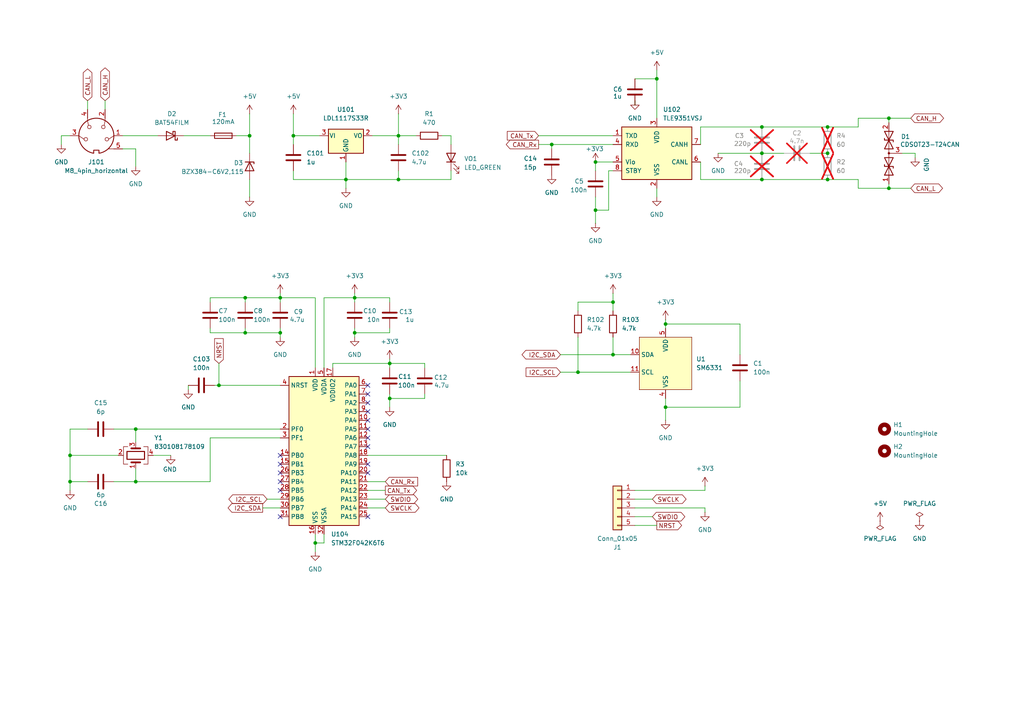
<source format=kicad_sch>
(kicad_sch (version 20231120) (generator "eeschema") (generator_version "8.0")
  (paper "A4")
  (lib_symbols
    (symbol "ASS_parts:SM6331"
      (property "Reference" "U" (at 0 1.27 0))
      (property "Value" "SM6331" (at 0 -1.27 0))
      (symbol "SM6331_0_0"
        (pin no_connect line (at 10.16 0 180) (length 2.54) hide (name "") (number "1"))
        (pin bidirectional line (at -10.16 2.54 0) (length 2.54) (name "SDA") (number "10"))
        (pin input line (at -10.16 -2.54 0) (length 2.54) (name "SCL") (number "11"))
        (pin no_connect line (at 10.16 0 180) (length 2.54) hide (name "") (number "12"))
        (pin no_connect line (at 10.16 0 180) (length 2.54) hide (name "") (number "13"))
        (pin no_connect line (at 10.16 0 180) (length 2.54) hide (name "") (number "14"))
        (pin no_connect line (at 10.16 0 180) (length 2.54) hide (name "") (number "15"))
        (pin no_connect line (at 10.16 0 180) (length 2.54) hide (name "") (number "16"))
        (pin no_connect line (at 10.16 0 180) (length 2.54) hide (name "") (number "2"))
        (pin no_connect line (at 10.16 0 180) (length 2.54) hide (name "") (number "3"))
        (pin power_in line (at 0 -10.16 90) (length 2.54) (name "VSS") (number "4"))
        (pin power_in line (at 0 10.16 270) (length 2.54) (name "VDD") (number "5"))
        (pin no_connect line (at 10.16 0 180) (length 2.54) hide (name "") (number "6"))
        (pin no_connect line (at 10.16 0 180) (length 2.54) hide (name "") (number "7"))
        (pin no_connect line (at 10.16 0 180) (length 2.54) hide (name "") (number "8"))
        (pin no_connect line (at 10.16 0 180) (length 2.54) hide (name "") (number "9"))
      )
      (symbol "SM6331_0_1"
        (rectangle (start -7.62 7.62) (end 7.62 -7.62) (fill (type background)))
      )
    )
    (symbol "Connector_Generic:Conn_01x05" (pin_names (offset 1.016) hide)
      (property "Reference" "J" (at 0 7.62 0))
      (property "Value" "Conn_01x05" (at 0 -7.62 0))
      (symbol "Conn_01x05_1_1"
        (rectangle (start -1.27 -4.953) (end 0 -5.207) (stroke (width 0.1524)))
        (rectangle (start -1.27 -2.413) (end 0 -2.667) (stroke (width 0.1524)))
        (rectangle (start -1.27 0.127) (end 0 -0.127) (stroke (width 0.1524)))
        (rectangle (start -1.27 2.667) (end 0 2.413) (stroke (width 0.1524)))
        (rectangle (start -1.27 5.207) (end 0 4.953) (stroke (width 0.1524)))
        (rectangle (start -1.27 6.35) (end 1.27 -6.35) (stroke (width 0.254)) (fill (type background)))
        (pin passive line (at -5.08 5.08 0) (length 3.81) (name "Pin_1") (number "1"))
        (pin passive line (at -5.08 2.54 0) (length 3.81) (name "Pin_2") (number "2"))
        (pin passive line (at -5.08 0 0) (length 3.81) (name "Pin_3") (number "3"))
        (pin passive line (at -5.08 -2.54 0) (length 3.81) (name "Pin_4") (number "4"))
        (pin passive line (at -5.08 -5.08 0) (length 3.81) (name "Pin_5") (number "5"))
      )
    )
    (symbol "Device:C" (pin_numbers hide) (pin_names (offset 0.254))
      (property "Reference" "C" (at 0.635 2.54 0))
      (property "Value" "C" (at 0.635 -2.54 0))
      (symbol "C_0_1"
        (polyline (pts (xy -2.032 -0.762) (xy 2.032 -0.762)) (stroke (width 0.508)))
        (polyline (pts (xy -2.032 0.762) (xy 2.032 0.762)) (stroke (width 0.508)))
      )
      (symbol "C_1_1"
        (pin passive line (at 0 3.81 270) (length 2.794) (name "~") (number "1"))
        (pin passive line (at 0 -3.81 90) (length 2.794) (name "~") (number "2"))
      )
    )
    (symbol "Device:D_Schottky" (pin_numbers hide) (pin_names (offset 1.016) hide)
      (property "Reference" "D" (at 0 2.54 0))
      (property "Value" "D_Schottky" (at 0 -2.54 0))
      (symbol "D_Schottky_0_1"
        (polyline (pts (xy 1.27 0) (xy -1.27 0)))
        (polyline (pts (xy 1.27 1.27) (xy 1.27 -1.27) (xy -1.27 0) (xy 1.27 1.27)) (stroke (width 0.254)))
        (polyline (pts (xy -1.905 0.635) (xy -1.905 1.27) (xy -1.27 1.27) (xy -1.27 -1.27) (xy -0.635 -1.27) (xy -0.635 -0.635)) (stroke (width 0.254)))
      )
      (symbol "D_Schottky_1_1"
        (pin passive line (at -3.81 0 0) (length 2.54) (name "K") (number "1"))
        (pin passive line (at 3.81 0 180) (length 2.54) (name "A") (number "2"))
      )
    )
    (symbol "Device:D_TVS_Dual_AAC" (pin_names (offset 1.016) hide)
      (property "Reference" "D" (at 0 4.445 0))
      (property "Value" "D_TVS_Dual_AAC" (at 0 2.54 0))
      (symbol "D_TVS_Dual_AAC_0_0"
        (polyline (pts (xy 0 -1.27) (xy 0 0)))
      )
      (symbol "D_TVS_Dual_AAC_0_1"
        (polyline (pts (xy -6.35 0) (xy 6.35 0)))
        (polyline (pts (xy -3.302 1.27) (xy -3.81 1.27) (xy -3.81 -1.27) (xy -4.318 -1.27)) (stroke (width 0.254)))
        (polyline (pts (xy 4.318 1.27) (xy 3.81 1.27) (xy 3.81 -1.27) (xy 3.302 -1.27)) (stroke (width 0.254)))
        (polyline (pts (xy -6.35 1.27) (xy -1.27 -1.27) (xy -1.27 1.27) (xy -6.35 -1.27) (xy -6.35 1.27)) (stroke (width 0.254)))
        (polyline (pts (xy 6.35 1.27) (xy 1.27 -1.27) (xy 1.27 1.27) (xy 6.35 -1.27) (xy 6.35 1.27)) (stroke (width 0.254)))
        (circle (center 0 0) (radius 0.254) (fill (type outline)))
      )
      (symbol "D_TVS_Dual_AAC_1_1"
        (pin passive line (at -8.89 0 0) (length 2.54) (name "A1") (number "1"))
        (pin passive line (at 8.89 0 180) (length 2.54) (name "A2") (number "2"))
        (pin passive line (at 0 -3.81 90) (length 2.54) (name "common") (number "3"))
      )
    )
    (symbol "Device:D_Zener" (pin_numbers hide) (pin_names (offset 1.016) hide)
      (property "Reference" "D" (at 0 2.54 0))
      (property "Value" "D_Zener" (at 0 -2.54 0))
      (symbol "D_Zener_0_1"
        (polyline (pts (xy 1.27 0) (xy -1.27 0)))
        (polyline (pts (xy -1.27 -1.27) (xy -1.27 1.27) (xy -0.762 1.27)) (stroke (width 0.254)))
        (polyline (pts (xy 1.27 -1.27) (xy 1.27 1.27) (xy -1.27 0) (xy 1.27 -1.27)) (stroke (width 0.254)))
      )
      (symbol "D_Zener_1_1"
        (pin passive line (at -3.81 0 0) (length 2.54) (name "K") (number "1"))
        (pin passive line (at 3.81 0 180) (length 2.54) (name "A") (number "2"))
      )
    )
    (symbol "Device:Fuse" (pin_numbers hide) (pin_names (offset 0))
      (property "Reference" "F" (at 2.032 0 90))
      (property "Value" "Fuse" (at -1.905 0 90))
      (symbol "Fuse_0_1"
        (rectangle (start -0.762 -2.54) (end 0.762 2.54) (stroke (width 0.254)))
        (polyline (pts (xy 0 2.54) (xy 0 -2.54)))
      )
      (symbol "Fuse_1_1"
        (pin passive line (at 0 3.81 270) (length 1.27) (name "~") (number "1"))
        (pin passive line (at 0 -3.81 90) (length 1.27) (name "~") (number "2"))
      )
    )
    (symbol "Device:LED" (pin_numbers hide) (pin_names (offset 1.016) hide)
      (property "Reference" "D" (at 0 2.54 0))
      (property "Value" "LED" (at 0 -2.54 0))
      (symbol "LED_0_1"
        (polyline (pts (xy -1.27 -1.27) (xy -1.27 1.27)) (stroke (width 0.254)))
        (polyline (pts (xy -1.27 0) (xy 1.27 0)))
        (polyline (pts (xy 1.27 -1.27) (xy 1.27 1.27) (xy -1.27 0) (xy 1.27 -1.27)) (stroke (width 0.254)))
        (polyline (pts (xy -3.048 -0.762) (xy -4.572 -2.286) (xy -3.81 -2.286) (xy -4.572 -2.286) (xy -4.572 -1.524)))
        (polyline (pts (xy -1.778 -0.762) (xy -3.302 -2.286) (xy -2.54 -2.286) (xy -3.302 -2.286) (xy -3.302 -1.524)))
      )
      (symbol "LED_1_1"
        (pin passive line (at -3.81 0 0) (length 2.54) (name "K") (number "1"))
        (pin passive line (at 3.81 0 180) (length 2.54) (name "A") (number "2"))
      )
    )
    (symbol "Device:R" (pin_numbers hide) (pin_names (offset 0))
      (property "Reference" "R" (at 2.032 0 90))
      (property "Value" "R" (at 0 0 90))
      (symbol "R_0_1"
        (rectangle (start -1.016 -2.54) (end 1.016 2.54) (stroke (width 0.254)))
      )
      (symbol "R_1_1"
        (pin passive line (at 0 3.81 270) (length 1.27) (name "~") (number "1"))
        (pin passive line (at 0 -3.81 90) (length 1.27) (name "~") (number "2"))
      )
    )
    (symbol "FaSTTUBe_Crystals:830108178109" (pin_names (offset 1.016) hide)
      (property "Reference" "Y" (at 3.175 5.08 0))
      (property "Value" "830108178109" (at 3.175 3.175 0))
      (symbol "830108178109_0_1"
        (rectangle (start -1.143 2.54) (end 1.143 -2.54) (stroke (width 0.3048)))
        (polyline (pts (xy -2.54 0) (xy -2.032 0)))
        (polyline (pts (xy -2.032 -1.27) (xy -2.032 1.27)) (stroke (width 0.508)))
        (polyline (pts (xy 0 -3.81) (xy 0 -3.556)))
        (polyline (pts (xy 0 3.556) (xy 0 3.81)))
        (polyline (pts (xy 2.032 -1.27) (xy 2.032 1.27)) (stroke (width 0.508)))
        (polyline (pts (xy 2.032 0) (xy 2.54 0)))
        (polyline (pts (xy -2.54 -2.286) (xy -2.54 -3.556) (xy 2.54 -3.556) (xy 2.54 -2.286)))
        (polyline (pts (xy -2.54 2.286) (xy -2.54 3.556) (xy 2.54 3.556) (xy 2.54 2.286)))
      )
      (symbol "830108178109_1_1"
        (pin passive line (at -3.81 0 0) (length 1.27) (name "1") (number "1"))
        (pin passive line (at 0 5.08 270) (length 1.27) (name "2") (number "2"))
        (pin passive line (at 3.81 0 180) (length 1.27) (name "3") (number "3"))
        (pin passive line (at 0 -5.08 90) (length 1.27) (name "4") (number "4"))
      )
    )
    (symbol "FaSTTUBe_Transceivers:TLE9351VSJ" (pin_names (offset 1.016))
      (property "Reference" "U" (at -10.16 8.89 0))
      (property "Value" "TLE9351VSJ" (at 2.54 8.89 0))
      (symbol "TLE9351VSJ_0_1"
        (rectangle (start -10.16 7.62) (end 10.16 -7.62) (stroke (width 0.254)) (fill (type background)))
      )
      (symbol "TLE9351VSJ_1_1"
        (pin input line (at -12.7 5.08 0) (length 2.54) (name "TXD") (number "1"))
        (pin power_in line (at 0 -10.16 90) (length 2.54) (name "VSS") (number "2"))
        (pin power_in line (at 0 10.16 270) (length 2.54) (name "VDD") (number "3"))
        (pin output line (at -12.7 2.54 0) (length 2.54) (name "RXD") (number "4"))
        (pin power_in line (at -12.7 -2.54 0) (length 2.54) (name "Vio") (number "5"))
        (pin bidirectional line (at 12.7 -2.54 180) (length 2.54) (name "CANL") (number "6"))
        (pin bidirectional line (at 12.7 2.54 180) (length 2.54) (name "CANH") (number "7"))
        (pin input line (at -12.7 -5.08 0) (length 2.54) (name "STBY") (number "8"))
      )
    )
    (symbol "FaSTTUBe_connectors:M8_4pin_horizontal" (pin_names (offset 1.016))
      (property "Reference" "J" (at 5.334 5.08 0))
      (property "Value" "M8_4pin_horizontal" (at 0 -6.35 0))
      (symbol "M8_4pin_horizontal_0_1"
        (arc (start -5.08 0) (mid -3.8597 -3.3379) (end -0.762 -5.08) (stroke (width 0.254)))
        (circle (center -3.048 -1.016) (radius 0.508))
        (circle (center -2.032 2.54) (radius 0.508))
        (polyline (pts (xy -3.556 -1.016) (xy -5.08 0)))
        (polyline (pts (xy 3.81 -3.81) (xy 3.556 -3.81)))
        (polyline (pts (xy 5.08 -3.81) (xy 3.81 -3.81)))
        (polyline (pts (xy 5.08 0) (xy 3.556 -1.016)))
        (polyline (pts (xy -2.54 5.08) (xy -2.54 4.318) (xy -2.286 3.048)))
        (polyline (pts (xy 2.54 5.08) (xy 2.54 4.318) (xy 2.286 3.048)))
        (polyline (pts (xy -0.762 -4.953) (xy -0.762 -4.191) (xy 0.762 -4.191) (xy 0.762 -4.953)) (stroke (width 0.254)))
        (arc (start 0.762 -5.08) (mid 3.8673 -3.3444) (end 5.08 0) (stroke (width 0.254)))
        (circle (center 2.032 2.54) (radius 0.508))
        (circle (center 3.048 -1.016) (radius 0.508))
        (arc (start 5.08 0) (mid 0 5.0579) (end -5.08 0) (stroke (width 0.254)))
      )
      (symbol "M8_4pin_horizontal_1_1"
        (pin passive line (at 7.62 0 180) (length 2.54) (name "~") (number "1"))
        (pin passive line (at 2.54 7.62 270) (length 2.54) (name "~") (number "2"))
        (pin passive line (at -7.62 0 0) (length 2.54) (name "~") (number "3"))
        (pin passive line (at -2.54 7.62 270) (length 2.54) (name "~") (number "4"))
        (pin passive line (at 7.62 -3.81 180) (length 2.54) (name "~") (number "5"))
      )
    )
    (symbol "GND_1" (power) (pin_numbers hide) (pin_names (offset 0) hide)
      (property "Value" "GND" (at 0 -3.81 0))
      (symbol "GND_1_0_1"
        (polyline (pts (xy 0 0) (xy 0 -1.27) (xy 1.27 -1.27) (xy 0 -2.54) (xy -1.27 -1.27) (xy 0 -1.27)))
      )
      (symbol "GND_1_1_1"
        (pin power_in line (at 0 0 270) (length 0) (name "~") (number "1"))
      )
    )
    (symbol "MCU_ST_STM32F0:STM32F042K6Tx"
      (property "Reference" "U" (at -10.16 21.59 0))
      (property "Value" "STM32F042K6Tx" (at 5.08 21.59 0))
      (symbol "STM32F042K6Tx_0_1"
        (rectangle (start -10.16 -22.86) (end 10.16 20.32) (stroke (width 0.254)) (fill (type background)))
      )
      (symbol "STM32F042K6Tx_1_1"
        (pin power_in line (at -2.54 22.86 270) (length 2.54) (name "VDD") (number "1"))
        (pin bidirectional line (at 12.7 7.62 180) (length 2.54) (name "PA4") (number "10"))
        (pin bidirectional line (at 12.7 5.08 180) (length 2.54) (name "PA5") (number "11"))
        (pin bidirectional line (at 12.7 2.54 180) (length 2.54) (name "PA6") (number "12"))
        (pin bidirectional line (at 12.7 0 180) (length 2.54) (name "PA7") (number "13"))
        (pin bidirectional line (at -12.7 -2.54 0) (length 2.54) (name "PB0") (number "14"))
        (pin bidirectional line (at -12.7 -5.08 0) (length 2.54) (name "PB1") (number "15"))
        (pin power_in line (at -2.54 -25.4 90) (length 2.54) (name "VSS") (number "16"))
        (pin power_in line (at 2.54 22.86 270) (length 2.54) (name "VDDIO2") (number "17"))
        (pin bidirectional line (at 12.7 -2.54 180) (length 2.54) (name "PA8") (number "18"))
        (pin bidirectional line (at 12.7 -5.08 180) (length 2.54) (name "PA9") (number "19"))
        (pin input line (at -12.7 5.08 0) (length 2.54) (name "PF0") (number "2"))
        (pin bidirectional line (at 12.7 -7.62 180) (length 2.54) (name "PA10") (number "20"))
        (pin bidirectional line (at 12.7 -10.16 180) (length 2.54) (name "PA11") (number "21"))
        (pin bidirectional line (at 12.7 -12.7 180) (length 2.54) (name "PA12") (number "22"))
        (pin bidirectional line (at 12.7 -15.24 180) (length 2.54) (name "PA13") (number "23"))
        (pin bidirectional line (at 12.7 -17.78 180) (length 2.54) (name "PA14") (number "24"))
        (pin bidirectional line (at 12.7 -20.32 180) (length 2.54) (name "PA15") (number "25"))
        (pin bidirectional line (at -12.7 -7.62 0) (length 2.54) (name "PB3") (number "26"))
        (pin bidirectional line (at -12.7 -10.16 0) (length 2.54) (name "PB4") (number "27"))
        (pin bidirectional line (at -12.7 -12.7 0) (length 2.54) (name "PB5") (number "28"))
        (pin bidirectional line (at -12.7 -15.24 0) (length 2.54) (name "PB6") (number "29"))
        (pin input line (at -12.7 2.54 0) (length 2.54) (name "PF1") (number "3"))
        (pin bidirectional line (at -12.7 -17.78 0) (length 2.54) (name "PB7") (number "30"))
        (pin bidirectional line (at -12.7 -20.32 0) (length 2.54) (name "PB8") (number "31"))
        (pin power_in line (at 0 -25.4 90) (length 2.54) (name "VSSA") (number "32"))
        (pin input line (at -12.7 17.78 0) (length 2.54) (name "NRST") (number "4"))
        (pin power_in line (at 0 22.86 270) (length 2.54) (name "VDDA") (number "5"))
        (pin bidirectional line (at 12.7 17.78 180) (length 2.54) (name "PA0") (number "6"))
        (pin bidirectional line (at 12.7 15.24 180) (length 2.54) (name "PA1") (number "7"))
        (pin bidirectional line (at 12.7 12.7 180) (length 2.54) (name "PA2") (number "8"))
        (pin bidirectional line (at 12.7 10.16 180) (length 2.54) (name "PA3") (number "9"))
      )
    )
    (symbol "Mechanical:MountingHole" (pin_names (offset 1.016)) (exclude_from_sim yes) (in_bom no)
      (property "Reference" "H" (at 0 5.08 0))
      (property "Value" "MountingHole" (at 0 3.175 0))
      (symbol "MountingHole_0_1"
        (circle (center 0 0) (radius 1.27) (stroke (width 1.27)))
      )
    )
    (symbol "Regulator_Linear:AP1117-33" (pin_names (offset 0.254))
      (property "Reference" "U" (at -3.81 3.175 0))
      (property "Value" "AP1117-33" (at 0 3.175 0))
      (symbol "AP1117-33_0_1"
        (rectangle (start -5.08 -5.08) (end 5.08 1.905) (stroke (width 0.254)) (fill (type background)))
      )
      (symbol "AP1117-33_1_1"
        (pin power_in line (at 0 -7.62 90) (length 2.54) (name "GND") (number "1"))
        (pin power_out line (at 7.62 0 180) (length 2.54) (name "VO") (number "2"))
        (pin power_in line (at -7.62 0 0) (length 2.54) (name "VI") (number "3"))
      )
    )
    (symbol "power:+3V3" (power) (pin_numbers hide) (pin_names (offset 0) hide)
      (property "Value" "+3V3" (at 0 3.556 0))
      (symbol "+3V3_0_1"
        (polyline (pts (xy -0.762 1.27) (xy 0 2.54)))
        (polyline (pts (xy 0 0) (xy 0 2.54)))
        (polyline (pts (xy 0 2.54) (xy 0.762 1.27)))
      )
      (symbol "+3V3_1_1"
        (pin power_in line (at 0 0 90) (length 0) (name "~") (number "1"))
      )
    )
    (symbol "power:+5V" (power) (pin_numbers hide) (pin_names (offset 0) hide)
      (property "Value" "+5V" (at 0 3.556 0))
      (symbol "+5V_0_1"
        (polyline (pts (xy -0.762 1.27) (xy 0 2.54)))
        (polyline (pts (xy 0 0) (xy 0 2.54)))
        (polyline (pts (xy 0 2.54) (xy 0.762 1.27)))
      )
      (symbol "+5V_1_1"
        (pin power_in line (at 0 0 90) (length 0) (name "~") (number "1"))
      )
    )
    (symbol "power:GND" (power) (pin_names (offset 0))
      (property "Value" "GND" (at 0 -3.81 0))
      (symbol "GND_0_1"
        (polyline (pts (xy 0 0) (xy 0 -1.27) (xy 1.27 -1.27) (xy 0 -2.54) (xy -1.27 -1.27) (xy 0 -1.27)))
      )
      (symbol "GND_1_1"
        (pin power_in line (at 0 0 270) (length 0) hide (name "GND") (number "1"))
      )
    )
    (symbol "power:PWR_FLAG" (power) (pin_numbers hide) (pin_names (offset 0) hide)
      (property "Value" "PWR_FLAG" (at 0 3.81 0))
      (symbol "PWR_FLAG_0_0"
        (pin power_out line (at 0 0 90) (length 0) (name "~") (number "1"))
      )
      (symbol "PWR_FLAG_0_1"
        (polyline (pts (xy 0 0) (xy 0 1.27) (xy -1.016 1.905) (xy 0 2.54) (xy 1.016 1.905) (xy 0 1.27)))
      )
    )
  )
  (junction (at 115.57 52.07))
  (junction (at 240.03 44.45))
  (junction (at 220.98 36.83))
  (junction (at 257.81 54.61))
  (junction (at 167.64 107.95))
  (junction (at 113.03 115.57))
  (junction (at 102.87 86.36))
  (junction (at 20.32 139.7))
  (junction (at 71.12 86.36))
  (junction (at 172.72 46.99))
  (junction (at 257.81 34.29))
  (junction (at 177.8 87.63))
  (junction (at 81.28 86.36))
  (junction (at 71.12 96.52))
  (junction (at 63.5 111.76))
  (junction (at 102.87 96.52))
  (junction (at 172.72 60.96))
  (junction (at 85.09 39.37))
  (junction (at 160.02 41.91))
  (junction (at 115.57 39.37))
  (junction (at 113.03 105.41))
  (junction (at 193.04 118.11))
  (junction (at 20.32 132.08))
  (junction (at 72.39 39.37))
  (junction (at 39.37 139.7))
  (junction (at 81.28 96.52))
  (junction (at 240.03 52.07))
  (junction (at 100.33 52.07))
  (junction (at 193.04 93.98))
  (junction (at 177.8 102.87))
  (junction (at 190.5 22.86))
  (junction (at 220.98 52.07))
  (junction (at 220.98 44.45))
  (junction (at 91.44 157.48))
  (junction (at 39.37 124.46))
  (junction (at 240.03 36.83))
  (no_connect (at 106.68 149.86))
  (no_connect (at 106.68 134.62))
  (no_connect (at 106.68 137.16))
  (no_connect (at 106.68 111.76))
  (no_connect (at 106.68 114.3))
  (no_connect (at 106.68 116.84))
  (no_connect (at 106.68 119.38))
  (no_connect (at 106.68 121.92))
  (no_connect (at 106.68 124.46))
  (no_connect (at 106.68 127))
  (no_connect (at 106.68 129.54))
  (no_connect (at 81.28 132.08))
  (no_connect (at 81.28 134.62))
  (no_connect (at 81.28 137.16))
  (no_connect (at 81.28 139.7))
  (no_connect (at 81.28 142.24))
  (no_connect (at 81.28 149.86))
  (wire (pts (xy 107.95 39.37) (xy 115.57 39.37)))
  (wire (pts (xy 167.64 90.17) (xy 167.64 87.63)))
  (wire (pts (xy 102.87 86.36) (xy 113.03 86.36)))
  (wire (pts (xy 33.02 124.46) (xy 39.37 124.46)))
  (wire (pts (xy 100.33 52.07) (xy 115.57 52.07)))
  (wire (pts (xy 96.52 105.41) (xy 96.52 106.68)))
  (wire (pts (xy 72.39 39.37) (xy 72.39 44.45)))
  (wire (pts (xy 184.15 22.86) (xy 190.5 22.86)))
  (wire (pts (xy 106.68 144.78) (xy 111.76 144.78)))
  (wire (pts (xy 203.2 36.83) (xy 203.2 41.91)))
  (wire (pts (xy 60.96 86.36) (xy 71.12 86.36)))
  (wire (pts (xy 102.87 85.09) (xy 102.87 86.36)))
  (wire (pts (xy 39.37 124.46) (xy 39.37 128.27)))
  (wire (pts (xy 172.72 46.99) (xy 177.8 46.99)))
  (wire (pts (xy 162.56 107.95) (xy 167.64 107.95)))
  (wire (pts (xy 257.81 53.34) (xy 257.81 54.61)))
  (wire (pts (xy 25.4 29.21) (xy 25.4 31.75)))
  (wire (pts (xy 208.28 44.45) (xy 220.98 44.45)))
  (wire (pts (xy 33.02 139.7) (xy 39.37 139.7)))
  (wire (pts (xy 76.2 147.32) (xy 81.28 147.32)))
  (wire (pts (xy 106.68 142.24) (xy 111.76 142.24)))
  (wire (pts (xy 20.32 132.08) (xy 34.29 132.08)))
  (wire (pts (xy 91.44 157.48) (xy 91.44 160.02)))
  (wire (pts (xy 257.81 34.29) (xy 264.16 34.29)))
  (wire (pts (xy 35.56 39.37) (xy 45.72 39.37)))
  (wire (pts (xy 265.43 45.72) (xy 265.43 44.45)))
  (wire (pts (xy 167.64 87.63) (xy 177.8 87.63)))
  (wire (pts (xy 123.19 105.41) (xy 123.19 106.68)))
  (wire (pts (xy 265.43 44.45) (xy 261.62 44.45)))
  (wire (pts (xy 81.28 86.36) (xy 91.44 86.36)))
  (wire (pts (xy 204.47 147.32) (xy 204.47 148.59)))
  (wire (pts (xy 71.12 86.36) (xy 71.12 87.63)))
  (wire (pts (xy 102.87 97.79) (xy 102.87 96.52)))
  (wire (pts (xy 81.28 86.36) (xy 81.28 87.63)))
  (wire (pts (xy 102.87 86.36) (xy 102.87 87.63)))
  (wire (pts (xy 240.03 36.83) (xy 248.92 36.83)))
  (wire (pts (xy 91.44 86.36) (xy 91.44 106.68)))
  (wire (pts (xy 128.27 39.37) (xy 130.81 39.37)))
  (wire (pts (xy 85.09 52.07) (xy 100.33 52.07)))
  (wire (pts (xy 184.15 149.86) (xy 189.23 149.86)))
  (wire (pts (xy 39.37 124.46) (xy 81.28 124.46)))
  (wire (pts (xy 60.96 127) (xy 60.96 139.7)))
  (wire (pts (xy 172.72 49.53) (xy 172.72 46.99)))
  (wire (pts (xy 85.09 49.53) (xy 85.09 52.07)))
  (wire (pts (xy 248.92 34.29) (xy 257.81 34.29)))
  (wire (pts (xy 113.03 96.52) (xy 113.03 95.25)))
  (wire (pts (xy 25.4 124.46) (xy 20.32 124.46)))
  (wire (pts (xy 234.95 44.45) (xy 240.03 44.45)))
  (wire (pts (xy 203.2 36.83) (xy 220.98 36.83)))
  (wire (pts (xy 85.09 39.37) (xy 85.09 41.91)))
  (wire (pts (xy 115.57 52.07) (xy 130.81 52.07)))
  (wire (pts (xy 184.15 147.32) (xy 204.47 147.32)))
  (wire (pts (xy 123.19 115.57) (xy 123.19 114.3)))
  (wire (pts (xy 220.98 52.07) (xy 240.03 52.07)))
  (wire (pts (xy 177.8 87.63) (xy 177.8 90.17)))
  (wire (pts (xy 20.32 132.08) (xy 20.32 139.7)))
  (wire (pts (xy 77.47 144.78) (xy 81.28 144.78)))
  (wire (pts (xy 113.03 105.41) (xy 113.03 106.68)))
  (wire (pts (xy 184.15 142.24) (xy 204.47 142.24)))
  (wire (pts (xy 106.68 147.32) (xy 111.76 147.32)))
  (wire (pts (xy 115.57 39.37) (xy 120.65 39.37)))
  (wire (pts (xy 184.15 152.4) (xy 190.5 152.4)))
  (wire (pts (xy 91.44 154.94) (xy 91.44 157.48)))
  (wire (pts (xy 193.04 92.71) (xy 193.04 93.98)))
  (wire (pts (xy 130.81 52.07) (xy 130.81 49.53)))
  (wire (pts (xy 72.39 57.15) (xy 72.39 52.07)))
  (wire (pts (xy 115.57 52.07) (xy 115.57 49.53)))
  (wire (pts (xy 176.53 49.53) (xy 176.53 60.96)))
  (wire (pts (xy 172.72 60.96) (xy 176.53 60.96)))
  (wire (pts (xy 248.92 54.61) (xy 248.92 52.07)))
  (wire (pts (xy 60.96 96.52) (xy 71.12 96.52)))
  (wire (pts (xy 39.37 139.7) (xy 60.96 139.7)))
  (wire (pts (xy 257.81 34.29) (xy 257.81 35.56)))
  (wire (pts (xy 184.15 29.21) (xy 184.15 30.48)))
  (wire (pts (xy 177.8 97.79) (xy 177.8 102.87)))
  (wire (pts (xy 129.54 132.08) (xy 106.68 132.08)))
  (wire (pts (xy 113.03 115.57) (xy 113.03 114.3)))
  (wire (pts (xy 160.02 43.18) (xy 160.02 41.91)))
  (wire (pts (xy 156.21 41.91) (xy 160.02 41.91)))
  (wire (pts (xy 91.44 157.48) (xy 93.98 157.48)))
  (wire (pts (xy 214.63 93.98) (xy 193.04 93.98)))
  (wire (pts (xy 240.03 52.07) (xy 248.92 52.07)))
  (wire (pts (xy 203.2 46.99) (xy 203.2 52.07)))
  (wire (pts (xy 190.5 54.61) (xy 190.5 57.15)))
  (wire (pts (xy 214.63 93.98) (xy 214.63 102.87)))
  (wire (pts (xy 60.96 86.36) (xy 60.96 87.63)))
  (wire (pts (xy 190.5 20.32) (xy 190.5 22.86)))
  (wire (pts (xy 30.48 29.21) (xy 30.48 31.75)))
  (wire (pts (xy 85.09 39.37) (xy 92.71 39.37)))
  (wire (pts (xy 193.04 118.11) (xy 214.63 118.11)))
  (wire (pts (xy 60.96 96.52) (xy 60.96 95.25)))
  (wire (pts (xy 20.32 139.7) (xy 20.32 142.24)))
  (wire (pts (xy 113.03 118.11) (xy 113.03 115.57)))
  (wire (pts (xy 162.56 102.87) (xy 177.8 102.87)))
  (wire (pts (xy 20.32 124.46) (xy 20.32 132.08)))
  (wire (pts (xy 68.58 39.37) (xy 72.39 39.37)))
  (wire (pts (xy 130.81 39.37) (xy 130.81 41.91)))
  (wire (pts (xy 115.57 41.91) (xy 115.57 39.37)))
  (wire (pts (xy 71.12 86.36) (xy 81.28 86.36)))
  (wire (pts (xy 106.68 139.7) (xy 111.76 139.7)))
  (wire (pts (xy 172.72 57.15) (xy 172.72 60.96)))
  (wire (pts (xy 184.15 144.78) (xy 189.23 144.78)))
  (wire (pts (xy 113.03 86.36) (xy 113.03 87.63)))
  (wire (pts (xy 190.5 22.86) (xy 190.5 34.29)))
  (wire (pts (xy 71.12 96.52) (xy 81.28 96.52)))
  (wire (pts (xy 214.63 118.11) (xy 214.63 110.49)))
  (wire (pts (xy 257.81 54.61) (xy 264.16 54.61)))
  (wire (pts (xy 81.28 85.09) (xy 81.28 86.36)))
  (wire (pts (xy 156.21 39.37) (xy 177.8 39.37)))
  (wire (pts (xy 39.37 135.89) (xy 39.37 139.7)))
  (wire (pts (xy 177.8 102.87) (xy 182.88 102.87)))
  (wire (pts (xy 177.8 85.09) (xy 177.8 87.63)))
  (wire (pts (xy 17.78 39.37) (xy 20.32 39.37)))
  (wire (pts (xy 220.98 44.45) (xy 227.33 44.45)))
  (wire (pts (xy 54.61 111.76) (xy 54.61 113.03)))
  (wire (pts (xy 203.2 52.07) (xy 220.98 52.07)))
  (wire (pts (xy 176.53 49.53) (xy 177.8 49.53)))
  (wire (pts (xy 60.96 127) (xy 81.28 127)))
  (wire (pts (xy 167.64 107.95) (xy 167.64 97.79)))
  (wire (pts (xy 96.52 105.41) (xy 113.03 105.41)))
  (wire (pts (xy 63.5 105.41) (xy 63.5 111.76)))
  (wire (pts (xy 193.04 115.57) (xy 193.04 118.11)))
  (wire (pts (xy 63.5 111.76) (xy 81.28 111.76)))
  (wire (pts (xy 248.92 34.29) (xy 248.92 36.83)))
  (wire (pts (xy 115.57 33.02) (xy 115.57 39.37)))
  (wire (pts (xy 71.12 96.52) (xy 71.12 95.25)))
  (wire (pts (xy 17.78 41.91) (xy 17.78 39.37)))
  (wire (pts (xy 113.03 105.41) (xy 123.19 105.41)))
  (wire (pts (xy 39.37 48.26) (xy 39.37 43.18)))
  (wire (pts (xy 85.09 33.02) (xy 85.09 39.37)))
  (wire (pts (xy 93.98 157.48) (xy 93.98 154.94)))
  (wire (pts (xy 53.34 39.37) (xy 60.96 39.37)))
  (wire (pts (xy 102.87 96.52) (xy 113.03 96.52)))
  (wire (pts (xy 81.28 97.79) (xy 81.28 96.52)))
  (wire (pts (xy 113.03 104.14) (xy 113.03 105.41)))
  (wire (pts (xy 93.98 86.36) (xy 102.87 86.36)))
  (wire (pts (xy 193.04 93.98) (xy 193.04 95.25)))
  (wire (pts (xy 102.87 96.52) (xy 102.87 95.25)))
  (wire (pts (xy 44.45 132.08) (xy 49.53 132.08)))
  (wire (pts (xy 113.03 115.57) (xy 123.19 115.57)))
  (wire (pts (xy 204.47 142.24) (xy 204.47 140.97)))
  (wire (pts (xy 248.92 54.61) (xy 257.81 54.61)))
  (wire (pts (xy 182.88 107.95) (xy 167.64 107.95)))
  (wire (pts (xy 100.33 46.99) (xy 100.33 52.07)))
  (wire (pts (xy 72.39 33.02) (xy 72.39 39.37)))
  (wire (pts (xy 39.37 43.18) (xy 35.56 43.18)))
  (wire (pts (xy 100.33 52.07) (xy 100.33 54.61)))
  (wire (pts (xy 81.28 96.52) (xy 81.28 95.25)))
  (wire (pts (xy 193.04 118.11) (xy 193.04 121.92)))
  (wire (pts (xy 220.98 36.83) (xy 240.03 36.83)))
  (wire (pts (xy 93.98 86.36) (xy 93.98 106.68)))
  (wire (pts (xy 172.72 60.96) (xy 172.72 64.77)))
  (wire (pts (xy 20.32 139.7) (xy 25.4 139.7)))
  (wire (pts (xy 160.02 41.91) (xy 177.8 41.91)))
  (wire (pts (xy 62.23 111.76) (xy 63.5 111.76)))
  (global_label "CAN_Rx" (shape output) (at 156.21 41.91 180) (property "Intersheetrefs" "${INTERSHEET_REFS}" (effects (hide yes))))
  (global_label "SWCLK" (shape bidirectional) (at 189.23 144.78 0) (property "Intersheetrefs" "${INTERSHEET_REFS}" (effects (hide yes))))
  (global_label "NRST" (shape input) (at 63.5 105.41 90) (property "Intersheetrefs" "${INTERSHEET_REFS}" (effects (hide yes))))
  (global_label "SWDIO" (shape bidirectional) (at 111.76 144.78 0) (property "Intersheetrefs" "${INTERSHEET_REFS}" (effects (hide yes))))
  (global_label "CAN_L" (shape bidirectional) (at 264.16 54.61 0) (property "Intersheetrefs" "${INTERSHEET_REFS}" (effects (hide yes))))
  (global_label "NRST" (shape output) (at 190.5 152.4 0) (property "Intersheetrefs" "${INTERSHEET_REFS}" (effects (hide yes))))
  (global_label "CAN_Tx" (shape input) (at 156.21 39.37 180) (property "Intersheetrefs" "${INTERSHEET_REFS}" (effects (hide yes))))
  (global_label "SWCLK" (shape bidirectional) (at 111.76 147.32 0) (property "Intersheetrefs" "${INTERSHEET_REFS}" (effects (hide yes))))
  (global_label "SWDIO" (shape bidirectional) (at 189.23 149.86 0) (property "Intersheetrefs" "${INTERSHEET_REFS}" (effects (hide yes))))
  (global_label "CAN_H" (shape bidirectional) (at 30.48 29.21 90) (property "Intersheetrefs" "${INTERSHEET_REFS}" (effects (hide yes))))
  (global_label "I2C_SCL" (shape bidirectional) (at 77.47 144.78 180) (property "Intersheetrefs" "${INTERSHEET_REFS}" (effects (hide yes))))
  (global_label "CAN_Tx" (shape output) (at 111.76 142.24 0) (property "Intersheetrefs" "${INTERSHEET_REFS}" (effects (hide yes))))
  (global_label "CAN_L" (shape bidirectional) (at 25.4 29.21 90) (property "Intersheetrefs" "${INTERSHEET_REFS}" (effects (hide yes))))
  (global_label "I2C_SDA" (shape output) (at 76.2 147.32 180) (property "Intersheetrefs" "${INTERSHEET_REFS}" (effects (hide yes))))
  (global_label "CAN_H" (shape bidirectional) (at 264.16 34.29 0) (property "Intersheetrefs" "${INTERSHEET_REFS}" (effects (hide yes))))
  (global_label "CAN_Rx" (shape input) (at 111.76 139.7 0) (property "Intersheetrefs" "${INTERSHEET_REFS}" (effects (hide yes))))
  (global_label "I2C_SDA" (shape bidirectional) (at 162.56 102.87 180) (property "Intersheetrefs" "${INTERSHEET_REFS}" (effects (hide yes))))
  (global_label "I2C_SCL" (shape input) (at 162.56 107.95 180) (property "Intersheetrefs" "${INTERSHEET_REFS}" (effects (hide yes))))
  (symbol (lib_id "Device:R") (at 129.54 135.89 0) (unit 1)
    (property "Reference" "R3" (at 132.08 134.6199 0) (effects (justify left)))
    (property "Value" "10k" (at 132.08 137.1599 0) (effects (justify left)))
    (property "Footprint" "Resistor_SMD:R_0603_1608Metric" (effects (hide yes)))
  )
  (symbol (lib_id "Device:C") (at 220.98 48.26 180) (unit 1) (dnp yes)
    (property "Reference" "C4" (at 212.852 47.498 0) (effects (justify right)))
    (property "Value" "220p" (at 212.852 49.53 0) (effects (justify right)))
    (property "Footprint" "Capacitor_SMD:C_0603_1608Metric" (effects (hide yes)))
  )
  (symbol (lib_id "Device:C") (at 85.09 45.72 0) (unit 1)
    (property "Reference" "C101" (at 88.9 44.4499 0) (effects (justify left)))
    (property "Value" "1u" (at 88.9 46.9899 0) (effects (justify left)))
    (property "Footprint" "Capacitor_SMD:C_0603_1608Metric" (effects (hide yes)))
  )
  (symbol (lib_id "Mechanical:MountingHole") (at 256.54 124.46 0) (unit 1) (exclude_from_sim yes) (in_bom no)
    (property "Reference" "H1" (at 259.08 123.1899 0) (effects (justify left)))
    (property "Value" "MountingHole" (at 259.08 125.7299 0) (effects (justify left)))
    (property "Footprint" "MountingHole:MountingHole_3.2mm_M3_ISO7380" (effects (hide yes)))
    (property "Description" "Mounting Hole without connection" (effects (hide yes)))
  )
  (symbol (lib_name "GND_1") (lib_id "power:GND") (at 102.87 97.79 0) (unit 1)
    (property "Reference" "#PWR04" (effects (hide yes)))
    (property "Value" "GND" (at 102.87 102.87 0))
    (property "Description" "Power symbol creates a global label with name \"GND\" , ground" (effects (hide yes)))
  )
  (symbol (lib_id "Device:C") (at 29.21 139.7 270) (unit 1)
    (property "Reference" "C16" (at 29.21 146.05 90))
    (property "Value" "6p" (at 29.21 143.51 90))
    (property "Footprint" "Capacitor_SMD:C_0603_1608Metric" (effects (hide yes)))
    (property "LCSC" "C1549" (effects (hide yes)))
  )
  (symbol (lib_id "Device:R") (at 124.46 39.37 90) (unit 1)
    (property "Reference" "R1" (at 124.46 33.02 90))
    (property "Value" "470" (at 124.46 35.56 90))
    (property "Footprint" "Resistor_SMD:R_0603_1608Metric" (effects (hide yes)))
  )
  (symbol (lib_id "power:GND") (at 17.78 41.91 0) (unit 1)
    (property "Reference" "#PWR0105" (effects (hide yes)))
    (property "Value" "GND" (at 17.78 46.99 0))
  )
  (symbol (lib_name "GND_1") (lib_id "power:GND") (at 39.37 48.26 0) (unit 1)
    (property "Reference" "#PWR028" (effects (hide yes)))
    (property "Value" "GND" (at 39.37 53.34 0))
    (property "Description" "Power symbol creates a global label with name \"GND\" , ground" (effects (hide yes)))
  )
  (symbol (lib_id "Device:C") (at 172.72 53.34 0) (unit 1)
    (property "Reference" "C5" (at 166.624 52.578 0) (effects (justify left)))
    (property "Value" "100n" (at 165.354 55.118 0) (effects (justify left)))
    (property "Footprint" "Capacitor_SMD:C_0603_1608Metric" (effects (hide yes)))
  )
  (symbol (lib_id "FaSTTUBe_connectors:M8_4pin_horizontal") (at 27.94 39.37 0) (unit 1)
    (property "Reference" "J101" (at 27.9401 46.99 0))
    (property "Value" "M8_4pin_horizontal" (at 27.9401 49.53 0))
    (property "Footprint" "FaSTTUBe_connectors:M8_718_4pin_horizontal" (effects (hide yes)))
    (property "Datasheet" "https://www.binder-connector.com/de/produkte/automatisierungstechnik/m-8-sensorsteckverbinder/flanschdose-gewinkelt-von-vorn-verschraubbar-mit-schirmblech-tauchloeten#866618112100004" (effects (hide yes)))
  )
  (symbol (lib_id "Device:C") (at 231.14 44.45 90) (unit 1) (dnp yes)
    (property "Reference" "C2" (at 231.14 38.608 90))
    (property "Value" "4.7n" (at 231.14 40.894 90))
    (property "Footprint" "Capacitor_SMD:C_0603_1608Metric" (effects (hide yes)))
  )
  (symbol (lib_id "Mechanical:MountingHole") (at 256.54 130.81 0) (unit 1) (exclude_from_sim yes) (in_bom no)
    (property "Reference" "H2" (at 259.08 129.5399 0) (effects (justify left)))
    (property "Value" "MountingHole" (at 259.08 132.0799 0) (effects (justify left)))
    (property "Footprint" "MountingHole:MountingHole_3.2mm_M3_ISO7380" (effects (hide yes)))
    (property "Description" "Mounting Hole without connection" (effects (hide yes)))
  )
  (symbol (lib_id "ASS_parts:SM6331") (at 193.04 105.41 0) (unit 1)
    (property "Reference" "U1" (at 201.93 104.1399 0) (effects (justify left)))
    (property "Value" "SM6331" (at 201.93 106.6799 0) (effects (justify left)))
    (property "Footprint" "ASS_parts:SM7000_SOIC-16" (effects (hide yes)))
    (property "Datasheet" "https://www.te.com/commerce/DocumentDelivery/DDEController?Action=showdoc&DocId=Data+Sheet%7FSM7000SM6000SM5000%7FA6%7Fpdf%7FEnglish%7FENG_DS_SM7000SM6000SM5000_A6.pdf%7F6331-BCE-S-005-000" (effects (hide yes)))
  )
  (symbol (lib_id "power:GND") (at 265.43 45.72 0) (unit 1)
    (property "Reference" "#PWR02" (effects (hide yes)))
    (property "Value" "GND" (at 268.732 45.72 90) (effects (justify right)))
  )
  (symbol (lib_id "power:+3V3") (at 102.87 85.09 0) (unit 1)
    (property "Reference" "#PWR07" (effects (hide yes)))
    (property "Value" "+3V3" (at 102.87 80.01 0))
    (property "Description" "Power symbol creates a global label with name \"+3V3\"" (effects (hide yes)))
  )
  (symbol (lib_id "power:+5V") (at 190.5 20.32 0) (unit 1)
    (property "Reference" "#PWR015" (effects (hide yes)))
    (property "Value" "+5V" (at 190.5 15.24 0))
    (property "Description" "Power symbol creates a global label with name \"+5V\"" (effects (hide yes)))
  )
  (symbol (lib_id "Device:R") (at 240.03 40.64 0) (unit 1) (dnp yes)
    (property "Reference" "R4" (at 242.57 39.3699 0) (effects (justify left)))
    (property "Value" "60" (at 242.57 41.9099 0) (effects (justify left)))
    (property "Footprint" "Resistor_SMD:R_0603_1608Metric" (effects (hide yes)))
  )
  (symbol (lib_name "GND_1") (lib_id "power:GND") (at 172.72 64.77 0) (unit 1)
    (property "Reference" "#PWR025" (effects (hide yes)))
    (property "Value" "GND" (at 172.72 69.85 0))
    (property "Description" "Power symbol creates a global label with name \"GND\" , ground" (effects (hide yes)))
  )
  (symbol (lib_id "power:+3V3") (at 204.47 140.97 0) (unit 1)
    (property "Reference" "#PWR029" (effects (hide yes)))
    (property "Value" "+3V3" (at 204.47 135.89 0))
    (property "Description" "Power symbol creates a global label with name \"+3V3\"" (effects (hide yes)))
  )
  (symbol (lib_id "power:+3V3") (at 172.72 46.99 0) (unit 1)
    (property "Reference" "#PWR019" (effects (hide yes)))
    (property "Value" "+3V3" (at 172.466 43.18 0))
    (property "Description" "Power symbol creates a global label with name \"+3V3\"" (effects (hide yes)))
  )
  (symbol (lib_id "Device:C") (at 214.63 106.68 0) (unit 1)
    (property "Reference" "C1" (at 218.44 105.4099 0) (effects (justify left)))
    (property "Value" "100n" (at 218.44 107.9499 0) (effects (justify left)))
    (property "Footprint" "Capacitor_SMD:C_0603_1608Metric" (effects (hide yes)))
  )
  (symbol (lib_name "GND_1") (lib_id "power:GND") (at 266.7 151.13 0) (unit 1)
    (property "Reference" "#PWR016" (effects (hide yes)))
    (property "Value" "GND" (at 266.7 156.21 0))
    (property "Description" "Power symbol creates a global label with name \"GND\" , ground" (effects (hide yes)))
  )
  (symbol (lib_id "power:+3V3") (at 113.03 104.14 0) (unit 1)
    (property "Reference" "#PWR05" (effects (hide yes)))
    (property "Value" "+3V3" (at 113.03 99.06 0))
    (property "Description" "Power symbol creates a global label with name \"+3V3\"" (effects (hide yes)))
  )
  (symbol (lib_name "GND_1") (lib_id "power:GND") (at 72.39 57.15 0) (unit 1)
    (property "Reference" "#PWR022" (effects (hide yes)))
    (property "Value" "GND" (at 72.39 62.23 0))
    (property "Description" "Power symbol creates a global label with name \"GND\" , ground" (effects (hide yes)))
  )
  (symbol (lib_name "GND_1") (lib_id "power:GND") (at 160.02 50.8 0) (unit 1)
    (property "Reference" "#PWR017" (effects (hide yes)))
    (property "Value" "GND" (at 160.02 55.88 0))
    (property "Description" "Power symbol creates a global label with name \"GND\" , ground" (effects (hide yes)))
  )
  (symbol (lib_id "power:GND") (at 20.32 142.24 0) (unit 1)
    (property "Reference" "#PWR06" (effects (hide yes)))
    (property "Value" "GND" (at 20.32 147.32 0))
  )
  (symbol (lib_name "GND_1") (lib_id "power:GND") (at 81.28 97.79 0) (unit 1)
    (property "Reference" "#PWR08" (effects (hide yes)))
    (property "Value" "GND" (at 81.28 102.87 0))
    (property "Description" "Power symbol creates a global label with name \"GND\" , ground" (effects (hide yes)))
  )
  (symbol (lib_name "GND_1") (lib_id "power:GND") (at 190.5 57.15 0) (unit 1)
    (property "Reference" "#PWR024" (effects (hide yes)))
    (property "Value" "GND" (at 190.5 62.23 0))
    (property "Description" "Power symbol creates a global label with name \"GND\" , ground" (effects (hide yes)))
  )
  (symbol (lib_id "power:PWR_FLAG") (at 255.27 151.13 0) (mirror x) (unit 1)
    (property "Reference" "#FLG01" (effects (hide yes)))
    (property "Value" "PWR_FLAG" (at 255.27 156.21 0))
    (property "Description" "Special symbol for telling ERC where power comes from" (effects (hide yes)))
  )
  (symbol (lib_name "GND_1") (lib_id "power:GND") (at 54.61 113.03 0) (unit 1)
    (property "Reference" "#PWR026" (effects (hide yes)))
    (property "Value" "GND" (at 54.61 118.11 0))
    (property "Description" "Power symbol creates a global label with name \"GND\" , ground" (effects (hide yes)))
  )
  (symbol (lib_id "Device:C") (at 102.87 91.44 0) (mirror y) (unit 1)
    (property "Reference" "C10" (at 109.22 90.17 0) (effects (justify left)))
    (property "Value" "10n" (at 110.236 92.71 0) (effects (justify left)))
    (property "Footprint" "Capacitor_SMD:C_0603_1608Metric" (effects (hide yes)))
  )
  (symbol (lib_id "power:+5V") (at 85.09 33.02 0) (unit 1)
    (property "Reference" "#PWR012" (effects (hide yes)))
    (property "Value" "+5V" (at 85.09 27.94 0))
    (property "Description" "Power symbol creates a global label with name \"+5V\"" (effects (hide yes)))
  )
  (symbol (lib_id "Device:C") (at 113.03 91.44 0) (mirror y) (unit 1)
    (property "Reference" "C13" (at 119.634 90.424 0) (effects (justify left)))
    (property "Value" "1u" (at 120.142 92.71 0) (effects (justify left)))
    (property "Footprint" "Capacitor_SMD:C_0603_1608Metric" (effects (hide yes)))
  )
  (symbol (lib_id "Device:C") (at 113.03 110.49 0) (mirror y) (unit 1)
    (property "Reference" "C11" (at 119.38 109.22 0) (effects (justify left)))
    (property "Value" "100n" (at 120.396 111.76 0) (effects (justify left)))
    (property "Footprint" "Capacitor_SMD:C_0603_1608Metric" (effects (hide yes)))
  )
  (symbol (lib_id "Device:D_Zener") (at 72.39 48.26 270) (unit 1)
    (property "Reference" "D3" (at 67.818 47.244 90) (effects (justify left)))
    (property "Value" "BZX384-C6V2,115" (at 52.578 49.784 90) (effects (justify left)))
    (property "Footprint" "Diode_SMD:D_SOD-323" (effects (hide yes)))
    (property "Datasheet" "https://assets.nexperia.com/documents/data-sheet/BZX384_SER.pdf" (effects (hide yes)))
    (property "Description" "Zener diode" (effects (hide yes)))
  )
  (symbol (lib_id "Device:D_TVS_Dual_AAC") (at 257.81 44.45 90) (unit 1)
    (property "Reference" "D1" (at 262.636 39.624 90))
    (property "Value" "CDSOT23-T24CAN" (at 269.748 41.91 90))
    (property "Footprint" "Package_TO_SOT_SMD:SOT-23" (effects (hide yes)))
    (property "Datasheet" "https://www.mouser.de/datasheet/2/54/cdsot23_t24can_q-1534349.pdf" (effects (hide yes)))
    (property "Description" "Bidirectional dual transient-voltage-suppression diode, center on pin 3" (effects (hide yes)))
  )
  (symbol (lib_id "power:GND") (at 49.53 132.08 0) (unit 1)
    (property "Reference" "#PWR031" (effects (hide yes)))
    (property "Value" "GND" (at 49.276 136.144 0))
  )
  (symbol (lib_id "power:+5V") (at 255.27 151.13 0) (unit 1)
    (property "Reference" "#PWR013" (effects (hide yes)))
    (property "Value" "+5V" (at 255.27 146.05 0))
    (property "Description" "Power symbol creates a global label with name \"+5V\"" (effects (hide yes)))
  )
  (symbol (lib_id "Device:R") (at 240.03 48.26 0) (unit 1) (dnp yes)
    (property "Reference" "R2" (at 242.57 46.9899 0) (effects (justify left)))
    (property "Value" "60" (at 242.57 49.5299 0) (effects (justify left)))
    (property "Footprint" "Resistor_SMD:R_0603_1608Metric" (effects (hide yes)))
  )
  (symbol (lib_id "MCU_ST_STM32F0:STM32F042K6Tx") (at 93.98 129.54 0) (unit 1)
    (property "Reference" "U104" (at 95.9994 154.94 0) (effects (justify left)))
    (property "Value" "STM32F042K6T6" (at 95.9994 157.48 0) (effects (justify left)))
    (property "Footprint" "Package_QFP:LQFP-32_7x7mm_P0.8mm" (effects (hide yes)))
    (property "Datasheet" "http://www.st.com/st-web-ui/static/active/en/resource/technical/document/datasheet/DM00105814.pdf" (effects (hide yes)))
  )
  (symbol (lib_id "FaSTTUBe_Crystals:830108178109") (at 39.37 132.08 90) (unit 1)
    (property "Reference" "Y1" (at 45.974 127 90))
    (property "Value" "830108178109" (at 52.07 129.54 90))
    (property "Footprint" "Crystal:Crystal_SMD_2016-4Pin_2.0x1.6mm" (effects (hide yes)))
    (property "Datasheet" "https://www.we-online.com/components/products/datasheet/830108178109.pdf" (effects (hide yes)))
    (property "Description" "16.0MHz Load Capacitance (CL) 8.00pF, Shunt Capacitance (C0) 3pF max" (effects (hide yes)))
  )
  (symbol (lib_name "GND_1") (lib_id "power:GND") (at 91.44 160.02 0) (unit 1)
    (property "Reference" "#PWR027" (effects (hide yes)))
    (property "Value" "GND" (at 91.44 165.1 0))
    (property "Description" "Power symbol creates a global label with name \"GND\" , ground" (effects (hide yes)))
  )
  (symbol (lib_id "power:PWR_FLAG") (at 266.7 151.13 0) (unit 1)
    (property "Reference" "#FLG02" (effects (hide yes)))
    (property "Value" "PWR_FLAG" (at 266.7 146.05 0))
    (property "Description" "Special symbol for telling ERC where power comes from" (effects (hide yes)))
  )
  (symbol (lib_id "Regulator_Linear:AP1117-33") (at 100.33 39.37 0) (unit 1)
    (property "Reference" "U101" (at 100.33 31.75 0))
    (property "Value" "LDL1117S33R" (at 100.33 34.29 0))
    (property "Footprint" "ASS_parts:SOT-223_LDL1117S33R" (effects (hide yes)))
    (property "Datasheet" "https://www.mouser.de/datasheet/2/389/ldl1117-1849797.pdf" (effects (hide yes)))
  )
  (symbol (lib_id "Device:R") (at 167.64 93.98 0) (unit 1)
    (property "Reference" "R102" (at 170.18 92.7099 0) (effects (justify left)))
    (property "Value" "4.7k" (at 170.18 95.2499 0) (effects (justify left)))
    (property "Footprint" "Resistor_SMD:R_0603_1608Metric" (effects (hide yes)))
  )
  (symbol (lib_id "Device:C") (at 71.12 91.44 0) (mirror y) (unit 1)
    (property "Reference" "C8" (at 76.2 90.17 0) (effects (justify left)))
    (property "Value" "100n" (at 78.486 92.71 0) (effects (justify left)))
    (property "Footprint" "Capacitor_SMD:C_0603_1608Metric" (effects (hide yes)))
  )
  (symbol (lib_id "power:+3V3") (at 177.8 85.09 0) (unit 1)
    (property "Reference" "#PWR020" (effects (hide yes)))
    (property "Value" "+3V3" (at 177.8 80.01 0))
    (property "Description" "Power symbol creates a global label with name \"+3V3\"" (effects (hide yes)))
  )
  (symbol (lib_id "power:+3V3") (at 193.04 92.71 0) (unit 1)
    (property "Reference" "#PWR021" (effects (hide yes)))
    (property "Value" "+3V3" (at 193.04 87.63 0))
    (property "Description" "Power symbol creates a global label with name \"+3V3\"" (effects (hide yes)))
  )
  (symbol (lib_name "GND_1") (lib_id "power:GND") (at 129.54 139.7 0) (unit 1)
    (property "Reference" "#PWR032" (effects (hide yes)))
    (property "Value" "GND" (at 129.54 144.78 0))
    (property "Description" "Power symbol creates a global label with name \"GND\" , ground" (effects (hide yes)))
  )
  (symbol (lib_id "Device:C") (at 81.28 91.44 0) (mirror y) (unit 1)
    (property "Reference" "C9" (at 87.884 90.424 0) (effects (justify left)))
    (property "Value" "4.7u" (at 88.392 92.71 0) (effects (justify left)))
    (property "Footprint" "Capacitor_SMD:C_0603_1608Metric" (effects (hide yes)))
  )
  (symbol (lib_id "Device:LED") (at 130.81 45.72 90) (unit 1)
    (property "Reference" "VO1" (at 134.62 46.0374 90) (effects (justify right)))
    (property "Value" "LED_GREEN" (at 134.62 48.5774 90) (effects (justify right)))
    (property "Footprint" "LED_SMD:LED_0603_1608Metric_Pad1.05x0.95mm_HandSolder" (effects (hide yes)))
  )
  (symbol (lib_id "Device:R") (at 177.8 93.98 0) (unit 1)
    (property "Reference" "R103" (at 180.34 92.7099 0) (effects (justify left)))
    (property "Value" "4.7k" (at 180.34 95.2499 0) (effects (justify left)))
    (property "Footprint" "Resistor_SMD:R_0603_1608Metric" (effects (hide yes)))
  )
  (symbol (lib_name "GND_1") (lib_id "power:GND") (at 204.47 148.59 0) (unit 1)
    (property "Reference" "#PWR030" (effects (hide yes)))
    (property "Value" "GND" (at 204.47 153.67 0))
    (property "Description" "Power symbol creates a global label with name \"GND\" , ground" (effects (hide yes)))
  )
  (symbol (lib_name "GND_1") (lib_id "power:GND") (at 100.33 54.61 0) (unit 1)
    (property "Reference" "#PWR014" (effects (hide yes)))
    (property "Value" "GND" (at 100.33 59.69 0))
    (property "Description" "Power symbol creates a global label with name \"GND\" , ground" (effects (hide yes)))
  )
  (symbol (lib_id "Device:C") (at 58.42 111.76 90) (unit 1)
    (property "Reference" "C103" (at 58.42 104.14 90))
    (property "Value" "100n" (at 58.42 106.68 90))
    (property "Footprint" "Capacitor_SMD:C_0603_1608Metric" (effects (hide yes)))
  )
  (symbol (lib_id "Device:D_Schottky") (at 49.53 39.37 180) (unit 1)
    (property "Reference" "D2" (at 49.8475 33.02 0))
    (property "Value" "BAT54FILM" (at 49.8475 35.56 0))
    (property "Footprint" "ASS_parts:SOT-23-BAT54FILM" (effects (hide yes)))
    (property "Datasheet" "https://www.mouser.de/datasheet/2/389/bat54-1849047.pdf" (effects (hide yes)))
    (property "Description" "Schottky diode" (effects (hide yes)))
  )
  (symbol (lib_id "Device:Fuse") (at 64.77 39.37 90) (unit 1)
    (property "Reference" "F1" (at 65.786 33.274 90) (effects (justify left)))
    (property "Value" "120mA" (at 68.072 35.306 90) (effects (justify left)))
    (property "Footprint" "Fuse:Fuse_1206_3216Metric" (effects (hide yes)))
    (property "Datasheet" "https://www.mouser.de/datasheet/2/87/eaton_pts1206_6_60_volt_dc_surface_mount_resettabl-1608737.pdf" (effects (hide yes)))
  )
  (symbol (lib_id "Device:C") (at 60.96 91.44 0) (mirror y) (unit 1)
    (property "Reference" "C7" (at 66.04 90.17 0) (effects (justify left)))
    (property "Value" "100n" (at 68.326 92.71 0) (effects (justify left)))
    (property "Footprint" "Capacitor_SMD:C_0603_1608Metric" (effects (hide yes)))
  )
  (symbol (lib_name "GND_1") (lib_id "power:GND") (at 184.15 29.21 0) (unit 1)
    (property "Reference" "#PWR03" (effects (hide yes)))
    (property "Value" "GND" (at 184.15 34.29 0))
    (property "Description" "Power symbol creates a global label with name \"GND\" , ground" (effects (hide yes)))
  )
  (symbol (lib_id "power:+3V3") (at 81.28 85.09 0) (unit 1)
    (property "Reference" "#PWR011" (effects (hide yes)))
    (property "Value" "+3V3" (at 81.28 80.01 0))
    (property "Description" "Power symbol creates a global label with name \"+3V3\"" (effects (hide yes)))
  )
  (symbol (lib_id "Device:C") (at 220.98 40.64 180) (unit 1) (dnp yes)
    (property "Reference" "C3" (at 213.106 39.37 0) (effects (justify right)))
    (property "Value" "220p" (at 212.852 41.656 0) (effects (justify right)))
    (property "Footprint" "Capacitor_SMD:C_0603_1608Metric" (effects (hide yes)))
  )
  (symbol (lib_id "Device:C") (at 184.15 26.67 0) (unit 1)
    (property "Reference" "C6" (at 177.8 25.908 0) (effects (justify left)))
    (property "Value" "1u" (at 177.8 27.94 0) (effects (justify left)))
    (property "Footprint" "Capacitor_SMD:C_0603_1608Metric" (effects (hide yes)))
  )
  (symbol (lib_id "power:+3V3") (at 115.57 33.02 0) (unit 1)
    (property "Reference" "#PWR018" (effects (hide yes)))
    (property "Value" "+3V3" (at 115.57 27.94 0))
    (property "Description" "Power symbol creates a global label with name \"+3V3\"" (effects (hide yes)))
  )
  (symbol (lib_id "power:GND") (at 208.28 44.45 0) (unit 1)
    (property "Reference" "#PWR01" (effects (hide yes)))
    (property "Value" "GND" (at 208.28 49.53 0))
  )
  (symbol (lib_id "Device:C") (at 160.02 46.99 0) (unit 1)
    (property "Reference" "C14" (at 151.892 45.974 0) (effects (justify left)))
    (property "Value" "15p" (at 151.892 48.514 0) (effects (justify left)))
    (property "Footprint" "Capacitor_SMD:C_0603_1608Metric" (effects (hide yes)))
  )
  (symbol (lib_id "Device:C") (at 115.57 45.72 0) (unit 1)
    (property "Reference" "C102" (at 119.38 44.4499 0) (effects (justify left)))
    (property "Value" "4.7u" (at 119.38 46.9899 0) (effects (justify left)))
    (property "Footprint" "Capacitor_SMD:C_0603_1608Metric" (effects (hide yes)))
  )
  (symbol (lib_name "GND_1") (lib_id "power:GND") (at 193.04 121.92 0) (unit 1)
    (property "Reference" "#PWR023" (effects (hide yes)))
    (property "Value" "GND" (at 193.04 127 0))
    (property "Description" "Power symbol creates a global label with name \"GND\" , ground" (effects (hide yes)))
  )
  (symbol (lib_id "Connector_Generic:Conn_01x05") (at 179.07 147.32 0) (mirror y) (unit 1)
    (property "Reference" "J1" (at 179.07 158.75 0))
    (property "Value" "Conn_01x05" (at 179.07 156.21 0))
    (property "Footprint" "Connector_PinHeader_2.54mm:PinHeader_1x05_P2.54mm_Vertical" (effects (hide yes)))
    (property "Description" "Generic connector, single row, 01x05, script generated (kicad-library-utils/schlib/autogen/connector/)" (effects (hide yes)))
  )
  (symbol (lib_id "Device:C") (at 123.19 110.49 0) (mirror y) (unit 1)
    (property "Reference" "C12" (at 129.794 109.474 0) (effects (justify left)))
    (property "Value" "4.7u" (at 130.302 111.76 0) (effects (justify left)))
    (property "Footprint" "Capacitor_SMD:C_0603_1608Metric" (effects (hide yes)))
  )
  (symbol (lib_id "Device:C") (at 29.21 124.46 90) (unit 1)
    (property "Reference" "C15" (at 29.21 116.84 90))
    (property "Value" "6p" (at 29.21 119.38 90))
    (property "Footprint" "Capacitor_SMD:C_0603_1608Metric" (effects (hide yes)))
    (property "LCSC" "C1549" (effects (hide yes)))
  )
  (symbol (lib_id "FaSTTUBe_Transceivers:TLE9351VSJ") (at 190.5 44.45 0) (unit 1)
    (property "Reference" "U102" (at 192.278 31.75 0) (effects (justify left)))
    (property "Value" "TLE9351VSJ" (at 192.278 34.29 0) (effects (justify left)))
    (property "Footprint" "Package_SO:SOIC-8_3.9x4.9mm_P1.27mm" (effects (hide yes)))
    (property "Datasheet" "https://www.infineon.com/dgdl/Infineon-TLE9351VSJ-DataSheet-v01_10-EN.pdf?fileId=5546d46276c4f5350176f6dd01371230" (effects (hide yes)))
  )
  (symbol (lib_id "power:+5V") (at 72.39 33.02 0) (unit 1)
    (property "Reference" "#PWR010" (effects (hide yes)))
    (property "Value" "+5V" (at 72.39 27.94 0))
    (property "Description" "Power symbol creates a global label with name \"+5V\"" (effects (hide yes)))
  )
  (symbol (lib_name "GND_1") (lib_id "power:GND") (at 113.03 118.11 0) (unit 1)
    (property "Reference" "#PWR09" (effects (hide yes)))
    (property "Value" "GND" (at 113.03 123.19 0))
    (property "Description" "Power symbol creates a global label with name \"GND\" , ground" (effects (hide yes)))
  )
)
</source>
